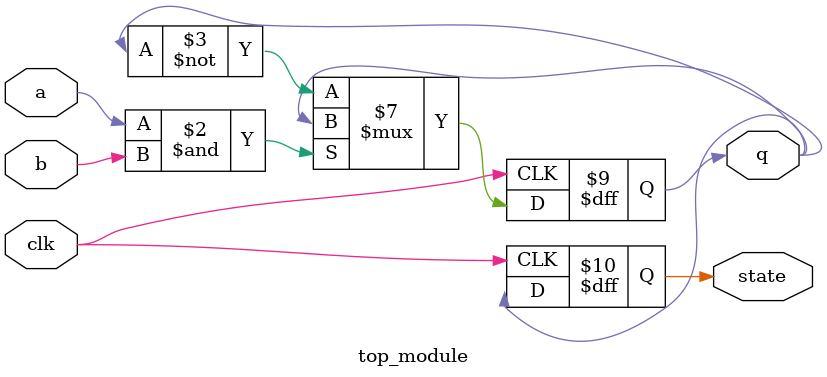
<source format=sv>
module top_module (
    input clk,
    input a,
    input b,
    output reg q,
    output reg state
);

always @(posedge clk) begin
    if (a & b)
        q <= q;
    else
        q <= ~q;
    state <= q ^ (q << 1);
end

endmodule

</source>
